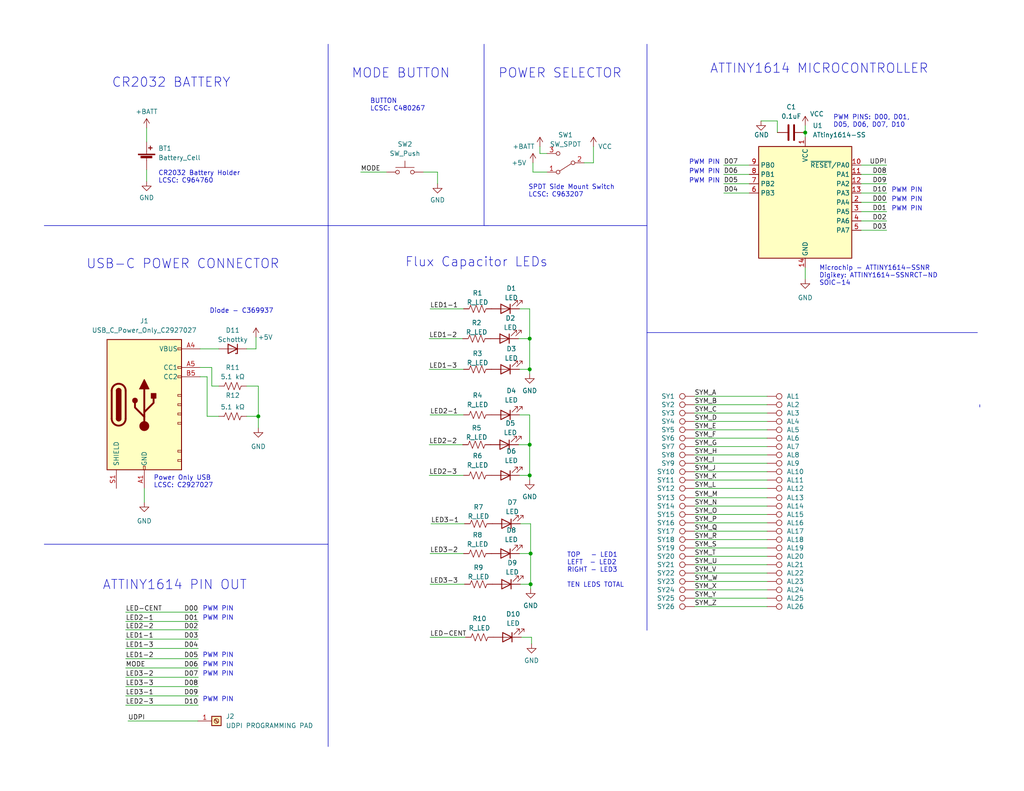
<source format=kicad_sch>
(kicad_sch (version 20230121) (generator eeschema)
  (paper "USLetter")
  (title_block (title "SEC YOUTH CHALLENGE - DC31") (date "2023-08-10") (company "CYBER CITY CIRCUITS"))
  (lib_symbols
    (symbol "CCC-Parts-Library:USB_C_Power_Only_C2927027" (pin_names (offset 1.016))
      (property "Reference" "J" (at -10.16 19.05 0))
      (property "Value" "USB_C_Power_Only_C2927027" (at 19.05 19.05 0))
      (symbol "USB_C_Power_Only_C2927027_0_0"
        (rectangle (start -0.254 -17.78) (end 0.254 -16.764))
        (rectangle (start 10.16 -14.986) (end 9.144 -15.494))
        (rectangle (start 10.16 -12.446) (end 9.144 -12.954))
        (rectangle (start 10.16 -4.826) (end 9.144 -5.334))
        (rectangle (start 10.16 -2.286) (end 9.144 -2.794))
        (rectangle (start 10.16 0.254) (end 9.144 -0.254))
        (rectangle (start 10.16 2.794) (end 9.144 2.286))
        (rectangle (start 10.16 7.874) (end 9.144 7.366))
        (rectangle (start 10.16 10.414) (end 9.144 9.906))
        (rectangle (start 10.16 15.494) (end 9.144 14.986))
      )
      (symbol "USB_C_Power_Only_C2927027_0_1"
        (rectangle (start -10.16 17.78) (end 10.16 -17.78) (stroke (width 0.254)) (fill (type background)))
        (arc (start -8.89 -3.81) (mid -6.985 -5.7067) (end -5.08 -3.81) (stroke (width 0.508)))
        (arc (start -7.62 -3.81) (mid -6.985 -4.4423) (end -6.35 -3.81) (stroke (width 0.254)))
        (arc (start -7.62 -3.81) (mid -6.985 -4.4423) (end -6.35 -3.81) (stroke (width 0.254)) (fill (type outline)))
        (rectangle (start -7.62 -3.81) (end -6.35 3.81) (stroke (width 0.254)) (fill (type outline)))
        (arc (start -6.35 3.81) (mid -6.985 4.4423) (end -7.62 3.81) (stroke (width 0.254)))
        (arc (start -6.35 3.81) (mid -6.985 4.4423) (end -7.62 3.81) (stroke (width 0.254)) (fill (type outline)))
        (arc (start -5.08 3.81) (mid -6.985 5.7067) (end -8.89 3.81) (stroke (width 0.508)))
        (circle (center -2.54 1.143) (radius 0.635) (stroke (width 0.254)) (fill (type outline)))
        (circle (center 0 -5.842) (radius 1.27) (fill (type outline)))
        (polyline (pts (xy -8.89 -3.81) (xy -8.89 3.81)) (stroke (width 0.508)))
        (polyline (pts (xy -5.08 3.81) (xy -5.08 -3.81)) (stroke (width 0.508)))
        (polyline (pts (xy 0 -5.842) (xy 0 4.318)) (stroke (width 0.508)))
        (polyline (pts (xy 0 -3.302) (xy -2.54 -0.762) (xy -2.54 0.508)) (stroke (width 0.508)))
        (polyline (pts (xy 0 -2.032) (xy 2.54 0.508) (xy 2.54 1.778)) (stroke (width 0.508)))
        (polyline (pts (xy -1.27 4.318) (xy 0 6.858) (xy 1.27 4.318) (xy -1.27 4.318)) (stroke (width 0.254)) (fill (type outline)))
        (rectangle (start 1.905 1.778) (end 3.175 3.048) (stroke (width 0.254)) (fill (type outline)))
      )
      (symbol "USB_C_Power_Only_C2927027_1_1"
        (pin passive line (at 0 -22.86 90) (length 5.08) (name "GND") (number "A1"))
        (pin passive line (at 0 -22.86 90) (length 5.08) hide (name "GND") (number "A12"))
        (pin passive line (at 15.24 15.24 180) (length 5.08) (name "VBUS") (number "A4"))
        (pin bidirectional line (at 15.24 10.16 180) (length 5.08) (name "CC1") (number "A5"))
        (pin passive line (at 15.24 15.24 180) (length 5.08) hide (name "VBUS") (number "A9"))
        (pin passive line (at 0 -22.86 90) (length 5.08) hide (name "GND") (number "B1"))
        (pin passive line (at 0 -22.86 90) (length 5.08) hide (name "GND") (number "B12"))
        (pin passive line (at 15.24 15.24 180) (length 5.08) hide (name "VBUS") (number "B4"))
        (pin bidirectional line (at 15.24 7.62 180) (length 5.08) (name "CC2") (number "B5"))
        (pin passive line (at 15.24 15.24 180) (length 5.08) hide (name "VBUS") (number "B9"))
        (pin passive line (at -7.62 -22.86 90) (length 5.08) (name "SHIELD") (number "S1"))
      )
    )
    (symbol "Connector:Screw_Terminal_01x01" (pin_names (offset 1.016) hide)
      (property "Reference" "J" (at 0 2.54 0))
      (property "Value" "Screw_Terminal_01x01" (at 0 -2.54 0))
      (symbol "Screw_Terminal_01x01_1_1"
        (rectangle (start -1.27 1.27) (end 1.27 -1.27) (stroke (width 0.254)) (fill (type background)))
        (polyline (pts (xy -0.5334 0.3302) (xy 0.3302 -0.508)) (stroke (width 0.1524)))
        (polyline (pts (xy -0.3556 0.508) (xy 0.508 -0.3302)) (stroke (width 0.1524)))
        (circle (center 0 0) (radius 0.635) (stroke (width 0.1524)))
        (pin passive line (at -5.08 0 0) (length 3.81) (name "Pin_1") (number "1"))
      )
    )
    (symbol "Connector:TestPoint" (pin_numbers hide) (pin_names (offset 0.762) hide)
      (property "Reference" "TP" (at 0 6.858 0))
      (property "Value" "TestPoint" (at 0 5.08 0))
      (symbol "TestPoint_0_1"
        (circle (center 0 3.302) (radius 0.762))
      )
      (symbol "TestPoint_1_1"
        (pin passive line (at 0 0 90) (length 2.54) (name "1") (number "1"))
      )
    )
    (symbol "Device:Battery_Cell" (pin_numbers hide) (pin_names (offset 0) hide)
      (property "Reference" "BT" (at 2.54 2.54 0))
      (property "Value" "Battery_Cell" (at 2.54 0 0))
      (symbol "Battery_Cell_0_1"
        (rectangle (start -2.286 1.778) (end 2.286 1.524) (fill (type outline)))
        (rectangle (start -1.5748 1.1938) (end 1.4732 0.6858) (fill (type outline)))
        (polyline (pts (xy 0 0.762) (xy 0 0)))
        (polyline (pts (xy 0 1.778) (xy 0 2.54)))
        (polyline (pts (xy 0.508 3.429) (xy 1.524 3.429)) (stroke (width 0.254)))
        (polyline (pts (xy 1.016 3.937) (xy 1.016 2.921)) (stroke (width 0.254)))
      )
      (symbol "Battery_Cell_1_1"
        (pin passive line (at 0 5.08 270) (length 2.54) (name "+") (number "1"))
        (pin passive line (at 0 -2.54 90) (length 2.54) (name "-") (number "2"))
      )
    )
    (symbol "Device:C" (pin_numbers hide) (pin_names (offset 0.254))
      (property "Reference" "C" (at 0.635 2.54 0))
      (property "Value" "C" (at 0.635 -2.54 0))
      (symbol "C_0_1"
        (polyline (pts (xy -2.032 -0.762) (xy 2.032 -0.762)) (stroke (width 0.508)))
        (polyline (pts (xy -2.032 0.762) (xy 2.032 0.762)) (stroke (width 0.508)))
      )
      (symbol "C_1_1"
        (pin passive line (at 0 3.81 270) (length 2.794) (name "~") (number "1"))
        (pin passive line (at 0 -3.81 90) (length 2.794) (name "~") (number "2"))
      )
    )
    (symbol "Device:D_Zener" (pin_numbers hide) (pin_names (offset 1.016) hide)
      (property "Reference" "D" (at 0 2.54 0))
      (property "Value" "D_Zener" (at 0 -2.54 0))
      (symbol "D_Zener_0_1"
        (polyline (pts (xy 1.27 0) (xy -1.27 0)))
        (polyline (pts (xy -1.27 -1.27) (xy -1.27 1.27) (xy -0.762 1.27)) (stroke (width 0.254)))
        (polyline (pts (xy 1.27 -1.27) (xy 1.27 1.27) (xy -1.27 0) (xy 1.27 -1.27)) (stroke (width 0.254)))
      )
      (symbol "D_Zener_1_1"
        (pin passive line (at -3.81 0 0) (length 2.54) (name "K") (number "1"))
        (pin passive line (at 3.81 0 180) (length 2.54) (name "A") (number "2"))
      )
    )
    (symbol "Device:LED" (pin_numbers hide) (pin_names (offset 1.016) hide)
      (property "Reference" "D" (at 0 2.54 0))
      (property "Value" "LED" (at 0 -2.54 0))
      (symbol "LED_0_1"
        (polyline (pts (xy -1.27 -1.27) (xy -1.27 1.27)) (stroke (width 0.254)))
        (polyline (pts (xy -1.27 0) (xy 1.27 0)))
        (polyline (pts (xy 1.27 -1.27) (xy 1.27 1.27) (xy -1.27 0) (xy 1.27 -1.27)) (stroke (width 0.254)))
        (polyline (pts (xy -3.048 -0.762) (xy -4.572 -2.286) (xy -3.81 -2.286) (xy -4.572 -2.286) (xy -4.572 -1.524)))
        (polyline (pts (xy -1.778 -0.762) (xy -3.302 -2.286) (xy -2.54 -2.286) (xy -3.302 -2.286) (xy -3.302 -1.524)))
      )
      (symbol "LED_1_1"
        (pin passive line (at -3.81 0 0) (length 2.54) (name "K") (number "1"))
        (pin passive line (at 3.81 0 180) (length 2.54) (name "A") (number "2"))
      )
    )
    (symbol "Device:R_US" (pin_numbers hide) (pin_names (offset 0))
      (property "Reference" "R" (at 2.54 0 90))
      (property "Value" "R_US" (at -2.54 0 90))
      (symbol "R_US_0_1"
        (polyline (pts (xy 0 -2.286) (xy 0 -2.54)))
        (polyline (pts (xy 0 2.286) (xy 0 2.54)))
        (polyline (pts (xy 0 -0.762) (xy 1.016 -1.143) (xy 0 -1.524) (xy -1.016 -1.905) (xy 0 -2.286)))
        (polyline (pts (xy 0 0.762) (xy 1.016 0.381) (xy 0 0) (xy -1.016 -0.381) (xy 0 -0.762)))
        (polyline (pts (xy 0 2.286) (xy 1.016 1.905) (xy 0 1.524) (xy -1.016 1.143) (xy 0 0.762)))
      )
      (symbol "R_US_1_1"
        (pin passive line (at 0 3.81 270) (length 1.27) (name "~") (number "1"))
        (pin passive line (at 0 -3.81 90) (length 1.27) (name "~") (number "2"))
      )
    )
    (symbol "GND_1" (power) (pin_names (offset 0))
      (property "Value" "GND_1" (at 0 -3.81 0))
      (symbol "GND_1_0_1"
        (polyline (pts (xy 0 0) (xy 0 -1.27) (xy 1.27 -1.27) (xy 0 -2.54) (xy -1.27 -1.27) (xy 0 -1.27)))
      )
      (symbol "GND_1_1_1"
        (pin power_in line (at 0 0 270) (length 0) hide (name "GND") (number "1"))
      )
    )
    (symbol "MCU_Microchip_ATtiny:ATtiny1614-SS"
      (property "Reference" "U" (at -12.7 16.51 0))
      (property "Value" "ATtiny1614-SS" (at 2.54 -16.51 0))
      (symbol "ATtiny1614-SS_0_1"
        (rectangle (start -12.7 -15.24) (end 12.7 15.24) (stroke (width 0.254)) (fill (type background)))
      )
      (symbol "ATtiny1614-SS_1_1"
        (pin power_in line (at 0 17.78 270) (length 2.54) (name "VCC") (number "1"))
        (pin bidirectional line (at 15.24 10.16 180) (length 2.54) (name "~{RESET}/PA0") (number "10"))
        (pin bidirectional line (at 15.24 7.62 180) (length 2.54) (name "PA1") (number "11"))
        (pin bidirectional line (at 15.24 5.08 180) (length 2.54) (name "PA2") (number "12"))
        (pin bidirectional line (at 15.24 2.54 180) (length 2.54) (name "PA3") (number "13"))
        (pin power_in line (at 0 -17.78 90) (length 2.54) (name "GND") (number "14"))
        (pin bidirectional line (at 15.24 0 180) (length 2.54) (name "PA4") (number "2"))
        (pin bidirectional line (at 15.24 -2.54 180) (length 2.54) (name "PA5") (number "3"))
        (pin bidirectional line (at 15.24 -5.08 180) (length 2.54) (name "PA6") (number "4"))
        (pin bidirectional line (at 15.24 -7.62 180) (length 2.54) (name "PA7") (number "5"))
        (pin bidirectional line (at -15.24 2.54 0) (length 2.54) (name "PB3") (number "6"))
        (pin bidirectional line (at -15.24 5.08 0) (length 2.54) (name "PB2") (number "7"))
        (pin bidirectional line (at -15.24 7.62 0) (length 2.54) (name "PB1") (number "8"))
        (pin bidirectional line (at -15.24 10.16 0) (length 2.54) (name "PB0") (number "9"))
      )
    )
    (symbol "Switch:SW_Push" (pin_numbers hide) (pin_names (offset 1.016) hide)
      (property "Reference" "SW" (at 1.27 2.54 0))
      (property "Value" "SW_Push" (at 0 -1.524 0))
      (symbol "SW_Push_0_1"
        (circle (center -2.032 0) (radius 0.508))
        (polyline (pts (xy 0 1.27) (xy 0 3.048)))
        (polyline (pts (xy 2.54 1.27) (xy -2.54 1.27)))
        (circle (center 2.032 0) (radius 0.508))
        (pin passive line (at -5.08 0 0) (length 2.54) (name "1") (number "1"))
        (pin passive line (at 5.08 0 180) (length 2.54) (name "2") (number "2"))
      )
    )
    (symbol "Switch:SW_SPDT" (pin_names (offset 0) hide)
      (property "Reference" "SW" (at 0 4.318 0))
      (property "Value" "SW_SPDT" (at 0 -5.08 0))
      (symbol "SW_SPDT_0_0"
        (circle (center -2.032 0) (radius 0.508))
        (circle (center 2.032 -2.54) (radius 0.508))
      )
      (symbol "SW_SPDT_0_1"
        (polyline (pts (xy -1.524 0.254) (xy 1.651 2.286)))
        (circle (center 2.032 2.54) (radius 0.508))
      )
      (symbol "SW_SPDT_1_1"
        (pin passive line (at 5.08 2.54 180) (length 2.54) (name "A") (number "1"))
        (pin passive line (at -5.08 0 0) (length 2.54) (name "B") (number "2"))
        (pin passive line (at 5.08 -2.54 180) (length 2.54) (name "C") (number "3"))
      )
    )
    (symbol "power:+5V" (power) (pin_names (offset 0))
      (property "Value" "+5V" (at 0 3.556 0))
      (symbol "+5V_0_1"
        (polyline (pts (xy -0.762 1.27) (xy 0 2.54)))
        (polyline (pts (xy 0 0) (xy 0 2.54)))
        (polyline (pts (xy 0 2.54) (xy 0.762 1.27)))
      )
      (symbol "+5V_1_1"
        (pin power_in line (at 0 0 90) (length 0) hide (name "+5V") (number "1"))
      )
    )
    (symbol "power:+BATT" (power) (pin_names (offset 0))
      (property "Value" "+BATT" (at 0 3.556 0))
      (symbol "+BATT_0_1"
        (polyline (pts (xy -0.762 1.27) (xy 0 2.54)))
        (polyline (pts (xy 0 0) (xy 0 2.54)))
        (polyline (pts (xy 0 2.54) (xy 0.762 1.27)))
      )
      (symbol "+BATT_1_1"
        (pin power_in line (at 0 0 90) (length 0) hide (name "+BATT") (number "1"))
      )
    )
    (symbol "power:GND" (power) (pin_names (offset 0))
      (property "Value" "GND" (at 0 -3.81 0))
      (symbol "GND_0_1"
        (polyline (pts (xy 0 0) (xy 0 -1.27) (xy 1.27 -1.27) (xy 0 -2.54) (xy -1.27 -1.27) (xy 0 -1.27)))
      )
      (symbol "GND_1_1"
        (pin power_in line (at 0 0 270) (length 0) hide (name "GND") (number "1"))
      )
    )
    (symbol "power:VCC" (power) (pin_names (offset 0))
      (property "Value" "VCC" (at 0 3.81 0))
      (symbol "VCC_0_1"
        (polyline (pts (xy -0.762 1.27) (xy 0 2.54)))
        (polyline (pts (xy 0 0) (xy 0 2.54)))
        (polyline (pts (xy 0 2.54) (xy 0.762 1.27)))
      )
      (symbol "VCC_1_1"
        (pin power_in line (at 0 0 90) (length 0) hide (name "VCC") (number "1"))
      )
    )
  )
  (junction (at 144.78 159.512))
  (junction (at 144.526 121.412))
  (junction (at 144.526 100.838))
  (junction (at 70.485 113.665))
  (junction (at 144.78 151.13))
  (junction (at 144.526 92.456))
  (junction (at 144.526 129.794))
  (junction (at 219.71 36.195))
  (wire (pts (xy 189.484 119.634) (xy 209.296 119.634)))
  (polyline (pts (xy 89.535 12.065) (xy 89.535 203.835)))
  (wire (pts (xy 117.094 129.794) (xy 126.492 129.794)))
  (wire (pts (xy 144.526 92.456) (xy 144.526 84.328)))
  (wire (pts (xy 234.95 55.245) (xy 241.935 55.245)))
  (wire (pts (xy 189.484 158.75) (xy 209.296 158.75)))
  (wire (pts (xy 189.484 151.892) (xy 209.296 151.892)))
  (wire (pts (xy 144.526 129.794) (xy 141.732 129.794)))
  (wire (pts (xy 117.348 84.328) (xy 126.492 84.328)))
  (wire (pts (xy 212.09 33.02) (xy 212.09 36.195)))
  (wire (pts (xy 144.526 84.328) (xy 141.732 84.328)))
  (wire (pts (xy 144.526 113.284) (xy 141.732 113.284)))
  (wire (pts (xy 34.29 192.532) (xy 54.102 192.532)))
  (wire (pts (xy 189.484 126.492) (xy 209.296 126.492)))
  (polyline (pts (xy 133.35 61.595) (xy 132.08 61.595)))
  (wire (pts (xy 234.95 47.625) (xy 241.935 47.625)))
  (wire (pts (xy 70.485 113.665) (xy 70.485 105.41)))
  (wire (pts (xy 117.094 92.456) (xy 126.238 92.456)))
  (wire (pts (xy 34.29 189.992) (xy 54.102 189.992)))
  (wire (pts (xy 189.484 121.92) (xy 209.296 121.92)))
  (wire (pts (xy 117.602 143.002) (xy 126.746 143.002)))
  (wire (pts (xy 70.485 116.84) (xy 70.485 113.665)))
  (wire (pts (xy 34.29 187.452) (xy 54.102 187.452)))
  (wire (pts (xy 189.484 138.176) (xy 209.296 138.176)))
  (wire (pts (xy 145.415 46.99) (xy 149.225 46.99)))
  (wire (pts (xy 189.484 108.204) (xy 209.296 108.204)))
  (wire (pts (xy 189.484 154.178) (xy 209.296 154.178)))
  (wire (pts (xy 144.526 121.412) (xy 144.526 113.284)))
  (wire (pts (xy 34.925 196.85) (xy 53.975 196.85)))
  (wire (pts (xy 144.78 151.13) (xy 141.732 151.13)))
  (wire (pts (xy 234.95 52.705) (xy 241.935 52.705)))
  (wire (pts (xy 145.415 44.45) (xy 145.415 46.99)))
  (wire (pts (xy 219.71 34.29) (xy 219.71 36.195)))
  (polyline (pts (xy 267.335 110.49) (xy 267.335 111.125)))
  (wire (pts (xy 34.29 169.672) (xy 54.102 169.672)))
  (wire (pts (xy 34.29 177.038) (xy 54.102 177.038)))
  (wire (pts (xy 144.526 131.064) (xy 144.526 129.794)))
  (wire (pts (xy 34.29 182.372) (xy 54.102 182.372)))
  (wire (pts (xy 189.484 110.49) (xy 209.296 110.49)))
  (wire (pts (xy 57.785 100.33) (xy 57.785 105.41)))
  (wire (pts (xy 189.484 147.32) (xy 209.296 147.32)))
  (wire (pts (xy 117.348 173.99) (xy 127 173.99)))
  (wire (pts (xy 40.005 46.355) (xy 40.005 49.53)))
  (wire (pts (xy 144.78 151.13) (xy 144.78 143.002)))
  (wire (pts (xy 144.526 121.412) (xy 141.478 121.412)))
  (wire (pts (xy 189.484 165.608) (xy 209.296 165.608)))
  (wire (pts (xy 67.31 113.665) (xy 70.485 113.665)))
  (wire (pts (xy 69.85 92.075) (xy 69.85 95.25)))
  (wire (pts (xy 69.85 95.25) (xy 67.31 95.25)))
  (polyline (pts (xy 12.065 148.59) (xy 89.535 148.59)))
  (wire (pts (xy 119.38 46.99) (xy 119.38 50.165)))
  (wire (pts (xy 189.484 124.206) (xy 209.296 124.206)))
  (wire (pts (xy 197.485 52.705) (xy 204.47 52.705)))
  (wire (pts (xy 54.61 95.25) (xy 59.69 95.25)))
  (wire (pts (xy 56.515 113.665) (xy 56.515 102.87)))
  (wire (pts (xy 161.925 40.005) (xy 161.925 44.45)))
  (wire (pts (xy 117.348 159.512) (xy 126.746 159.512)))
  (wire (pts (xy 234.95 45.085) (xy 241.935 45.085)))
  (wire (pts (xy 144.526 129.794) (xy 144.526 121.412)))
  (wire (pts (xy 189.484 133.35) (xy 209.296 133.35)))
  (wire (pts (xy 234.95 62.865) (xy 241.935 62.865)))
  (wire (pts (xy 54.61 100.33) (xy 57.785 100.33)))
  (wire (pts (xy 39.37 133.35) (xy 39.37 137.16)))
  (wire (pts (xy 117.348 113.284) (xy 126.492 113.284)))
  (wire (pts (xy 70.485 105.41) (xy 67.31 105.41)))
  (wire (pts (xy 189.484 142.748) (xy 209.296 142.748)))
  (wire (pts (xy 197.485 45.085) (xy 204.47 45.085)))
  (wire (pts (xy 189.484 135.89) (xy 209.296 135.89)))
  (wire (pts (xy 189.484 112.776) (xy 209.296 112.776)))
  (wire (pts (xy 189.484 149.606) (xy 209.296 149.606)))
  (wire (pts (xy 59.69 113.665) (xy 56.515 113.665)))
  (wire (pts (xy 189.484 128.778) (xy 209.296 128.778)))
  (wire (pts (xy 197.485 50.165) (xy 204.47 50.165)))
  (wire (pts (xy 144.78 160.782) (xy 144.78 159.512)))
  (wire (pts (xy 145.034 173.99) (xy 142.24 173.99)))
  (wire (pts (xy 147.32 40.005) (xy 147.32 41.91)))
  (wire (pts (xy 34.29 167.132) (xy 54.102 167.132)))
  (wire (pts (xy 189.484 117.348) (xy 209.296 117.348)))
  (wire (pts (xy 144.526 100.838) (xy 144.526 92.456)))
  (wire (pts (xy 234.95 50.165) (xy 241.935 50.165)))
  (wire (pts (xy 234.95 57.785) (xy 241.935 57.785)))
  (wire (pts (xy 117.348 151.13) (xy 126.492 151.13)))
  (wire (pts (xy 234.95 60.325) (xy 241.935 60.325)))
  (polyline (pts (xy 176.53 12.065) (xy 176.53 172.085)))
  (wire (pts (xy 56.515 102.87) (xy 54.61 102.87)))
  (wire (pts (xy 144.78 159.512) (xy 141.986 159.512)))
  (polyline (pts (xy 176.53 90.805) (xy 266.7 90.805)))
  (wire (pts (xy 57.785 105.41) (xy 59.69 105.41)))
  (wire (pts (xy 147.32 41.91) (xy 149.225 41.91)))
  (wire (pts (xy 34.29 184.912) (xy 54.102 184.912)))
  (wire (pts (xy 144.526 102.108) (xy 144.526 100.838)))
  (wire (pts (xy 144.526 92.456) (xy 141.478 92.456)))
  (wire (pts (xy 189.484 145.034) (xy 209.296 145.034)))
  (wire (pts (xy 161.925 44.45) (xy 159.385 44.45)))
  (wire (pts (xy 219.71 36.195) (xy 219.71 37.465)))
  (wire (pts (xy 145.034 173.99) (xy 145.034 175.768)))
  (wire (pts (xy 207.645 33.02) (xy 212.09 33.02)))
  (wire (pts (xy 144.78 143.002) (xy 141.986 143.002)))
  (wire (pts (xy 34.29 171.958) (xy 54.102 171.958)))
  (wire (pts (xy 197.485 47.625) (xy 204.47 47.625)))
  (polyline (pts (xy 132.08 12.065) (xy 132.08 61.595)))
  (wire (pts (xy 115.57 46.99) (xy 119.38 46.99)))
  (wire (pts (xy 117.094 121.412) (xy 126.238 121.412)))
  (wire (pts (xy 219.71 76.2) (xy 219.71 73.025)))
  (wire (pts (xy 34.29 179.832) (xy 54.102 179.832)))
  (wire (pts (xy 144.78 159.512) (xy 144.78 151.13)))
  (wire (pts (xy 189.484 163.322) (xy 209.296 163.322)))
  (wire (pts (xy 189.484 115.062) (xy 209.296 115.062)))
  (wire (pts (xy 34.29 174.498) (xy 54.102 174.498)))
  (wire (pts (xy 40.005 34.925) (xy 40.005 38.735)))
  (wire (pts (xy 117.094 100.838) (xy 126.492 100.838)))
  (wire (pts (xy 189.484 161.036) (xy 209.296 161.036)))
  (wire (pts (xy 98.425 46.99) (xy 105.41 46.99)))
  (wire (pts (xy 189.484 140.462) (xy 209.296 140.462)))
  (polyline (pts (xy 12.065 61.595) (xy 176.53 61.595)))
  (wire (pts (xy 189.484 156.464) (xy 209.296 156.464)))
  (wire (pts (xy 189.484 131.064) (xy 209.296 131.064)))
  (wire (pts (xy 144.526 100.838) (xy 141.732 100.838)))
  (text "TOP   - LED1\nLEFT  - LED2\nRIGHT - LED3\n\nTEN LEDS TOTAL" (at 154.686 160.528 0) (effects (font (size 1.27 1.27)) (justify left bottom)))
  (text "PWM PIN" (at 55.245 191.77 0) (effects (font (size 1.27 1.27)) (justify left bottom)))
  (text "NC" (at 293.37 78.74 0) (effects (font (size 1.27 1.27)) (justify left bottom)))
  (text "BUTTON\nLCSC: C480267" (at 100.965 30.48 0) (effects (font (size 1.27 1.27)) (justify left bottom)))
  (text "MODE BUTTON" (at 95.885 21.59 0) (effects (font (size 2.54 2.54)) (justify left bottom)))
  (text "SPDT Side Mount Switch\nLCSC: C963207" (at 144.145 53.975 0) (effects (font (size 1.27 1.27)) (justify left bottom)))
  (text "PWM PIN" (at 55.245 182.245 0) (effects (font (size 1.27 1.27)) (justify left bottom)))
  (text "ATTINY1614 MICROCONTROLLER" (at 193.675 20.32 0) (effects (font (size 2.54 2.54)) (justify left bottom)))
  (text "Microchip - ATTINY1614-SSNR\nDigikey: ATTINY1614-SSNRCT-ND\nSOIC-14" (at 223.52 78.105 0) (effects (font (size 1.27 1.27)) (justify left bottom)))
  (text "USB-C POWER CONNECTOR" (at 23.495 73.66 0) (effects (font (size 2.54 2.54)) (justify left bottom)))
  (text "Flux Capacitor LEDs " (at 110.49 73.152 0) (effects (font (size 2.54 2.54)) (justify left bottom)))
  (text "CR2032 Battery Holder\nLCSC: C964760" (at 43.18 50.165 0) (effects (font (size 1.27 1.27)) (justify left bottom)))
  (text "PWM PIN" (at 243.205 52.705 0) (effects (font (size 1.27 1.27)) (justify left bottom)))
  (text "PWM PIN" (at 187.96 45.085 0) (effects (font (size 1.27 1.27)) (justify left bottom)))
  (text "ATTINY1614 PIN OUT\n" (at 27.94 161.29 0) (effects (font (size 2.54 2.54)) (justify left bottom)))
  (text "CR2032 BATTERY" (at 30.48 24.13 0) (effects (font (size 2.54 2.54)) (justify left bottom)))
  (text "PWM PIN" (at 243.205 57.785 0) (effects (font (size 1.27 1.27)) (justify left bottom)))
  (text "Diode - C369937" (at 57.15 85.725 0) (effects (font (size 1.27 1.27)) (justify left bottom)))
  (text "PWM PIN" (at 55.245 179.705 0) (effects (font (size 1.27 1.27)) (justify left bottom)))
  (text "PWM PIN" (at 187.96 47.625 0) (effects (font (size 1.27 1.27)) (justify left bottom)))
  (text "PWM PIN" (at 55.245 167.005 0) (effects (font (size 1.27 1.27)) (justify left bottom)))
  (text "PWM PIN" (at 55.245 184.785 0) (effects (font (size 1.27 1.27)) (justify left bottom)))
  (text "PWM PIN" (at 243.205 55.245 0) (effects (font (size 1.27 1.27)) (justify left bottom)))
  (text "PWM PIN" (at 187.96 50.165 0) (effects (font (size 1.27 1.27)) (justify left bottom)))
  (text "PWM PINS: D00, D01,\nD05, D06, D07, D10" (at 227.33 34.925 0) (effects (font (size 1.27 1.27)) (justify left bottom)))
  (text "POWER SELECTOR" (at 135.89 21.59 0) (effects (font (size 2.54 2.54)) (justify left bottom)))
  (text "Power Only USB\nLCSC: C2927027" (at 41.91 133.35 0) (effects (font (size 1.27 1.27)) (justify left bottom)))
  (text "PWM PIN" (at 55.245 169.545 0) (effects (font (size 1.27 1.27)) (justify left bottom)))
  (label "SYM_B" (at 189.484 110.49 0))
  (label "D08" (at 241.935 47.625 180))
  (label "D06" (at 197.485 47.625 0))
  (label "D06" (at 54.102 182.372 180))
  (label "LED3-1" (at 34.29 189.992 0))
  (label "SYM_O" (at 189.484 140.462 0))
  (label "LED2-1" (at 34.29 169.672 0))
  (label "SYM_N" (at 189.484 138.176 0))
  (label "LED1-2" (at 34.29 179.832 0))
  (label "SYM_M" (at 189.484 135.89 0))
  (label "LED1-1" (at 34.29 174.498 0))
  (label "SYM_L" (at 189.484 133.35 0))
  (label "SYM_S" (at 189.484 149.606 0))
  (label "SYM_H" (at 189.484 124.206 0))
  (label "SYM_Z" (at 189.484 165.608 0))
  (label "D08" (at 54.102 187.452 180))
  (label "D10" (at 54.102 192.532 180))
  (label "LED3-1" (at 117.602 143.002 0))
  (label "SYM_J" (at 189.484 128.778 0))
  (label "SYM_C" (at 189.484 112.776 0))
  (label "D01" (at 54.102 169.672 180))
  (label "SYM_D" (at 189.484 115.062 0))
  (label "LED1-3" (at 117.094 100.838 0))
  (label "LED3-3" (at 117.348 159.512 0))
  (label "LED2-1" (at 117.348 113.284 0))
  (label "D05" (at 197.485 50.165 0))
  (label "SYM_I" (at 189.484 126.492 0))
  (label "UDPI" (at 241.935 45.085 180))
  (label "D02" (at 241.935 60.325 180))
  (label "SYM_G" (at 189.484 121.92 0))
  (label "SYM_K" (at 189.484 131.064 0))
  (label "SYM_Y" (at 189.484 163.322 0))
  (label "D05" (at 54.102 179.832 180))
  (label "LED-CENT" (at 34.29 167.132 0))
  (label "D07" (at 54.102 184.912 180))
  (label "UDPI" (at 34.925 196.85 0))
  (label "LED1-3" (at 34.29 177.038 0))
  (label "SYM_R" (at 189.484 147.32 0))
  (label "D03" (at 54.102 174.498 180))
  (label "D04" (at 54.102 177.038 180))
  (label "SYM_F" (at 189.484 119.634 0))
  (label "LED-CENT" (at 117.348 173.99 0))
  (label "SYM_W" (at 189.484 158.75 0))
  (label "SYM_T" (at 189.484 151.892 0))
  (label "SYM_V" (at 189.484 156.464 0))
  (label "D09" (at 241.935 50.165 180))
  (label "SYM_X" (at 189.484 161.036 0))
  (label "D00" (at 241.935 55.245 180))
  (label "LED1-2" (at 117.094 92.456 0))
  (label "D10" (at 241.935 52.705 180))
  (label "LED3-3" (at 34.29 187.452 0))
  (label "LED1-1" (at 117.348 84.328 0))
  (label "D03" (at 241.935 62.865 180))
  (label "SYM_A" (at 189.484 108.204 0))
  (label "LED3-2" (at 34.29 184.912 0))
  (label "D07" (at 197.485 45.085 0))
  (label "D02" (at 54.102 171.958 180))
  (label "LED3-2" (at 117.348 151.13 0))
  (label "D09" (at 54.102 189.992 180))
  (label "MODE" (at 98.425 46.99 0))
  (label "LED2-2" (at 117.094 121.412 0))
  (label "LED2-2" (at 34.29 171.958 0))
  (label "SYM_E" (at 189.484 117.348 0))
  (label "D01" (at 241.935 57.785 180))
  (label "SYM_P" (at 189.484 142.748 0))
  (label "MODE" (at 34.29 182.372 0))
  (label "SYM_Q" (at 189.484 145.034 0))
  (label "LED2-3" (at 34.29 192.532 0))
  (label "LED2-3" (at 117.094 129.794 0))
  (label "D04" (at 197.485 52.705 0))
  (label "D00" (at 54.102 167.132 180))
  (label "SYM_U" (at 189.484 154.178 0))
  (symbol (lib_id "power:VCC") (at 219.71 34.29 0) (unit 1)
    (property "Reference" "#PWR02" (effects hide))
    (property "Value" "VCC" (at 222.885 31.115 0))
  )
  (symbol (lib_id "Connector:TestPoint") (at 189.484 142.748 90) (unit 1)
    (property "Reference" "SY16" (at 184.15 142.748 90) (effects (justify left)))
    (property "Value" "TestPoint" (effects hide))
  )
  (symbol (lib_id "Connector:TestPoint") (at 209.296 147.32 270) (unit 1)
    (property "Reference" "AL18" (at 214.63 147.32 90) (effects (justify left)))
    (property "Value" "TestPoint" (effects hide))
    (property "Footprint" "Connector_PinHeader_1.00mm:PinHeader_1x01_P1.00mm_Vertical" (effects hide))
  )
  (symbol (lib_id "Connector:TestPoint") (at 189.484 156.464 90) (unit 1)
    (property "Reference" "SY22" (at 184.15 156.464 90) (effects (justify left)))
    (property "Value" "TestPoint" (effects hide))
  )
  (symbol (lib_id "Device:R_US") (at 130.048 121.412 90) (unit 1)
    (property "Reference" "R5" (at 130.048 116.84 90))
    (property "Value" "R_LED" (at 130.048 119.38 90))
    (property "Footprint" "CCC-Schematic-Footprints:Schematic - Resistor 10.00mm" (effects hide))
  )
  (symbol (lib_id "Connector:TestPoint") (at 209.296 131.064 270) (unit 1)
    (property "Reference" "AL11" (at 214.63 131.064 90) (effects (justify left)))
    (property "Value" "TestPoint" (effects hide))
    (property "Footprint" "Connector_PinHeader_1.00mm:PinHeader_1x01_P1.00mm_Vertical" (effects hide))
  )
  (symbol (lib_id "Device:R_US") (at 130.048 92.456 90) (unit 1)
    (property "Reference" "R2" (at 130.048 88.138 90))
    (property "Value" "R_LED" (at 130.048 90.678 90))
    (property "Footprint" "CCC-Schematic-Footprints:Schematic - Resistor 10.00mm" (effects hide))
  )
  (symbol (lib_id "Connector:TestPoint") (at 209.296 156.464 270) (unit 1)
    (property "Reference" "AL22" (at 214.63 156.464 90) (effects (justify left)))
    (property "Value" "TestPoint" (effects hide))
    (property "Footprint" "Connector_PinHeader_1.00mm:PinHeader_1x01_P1.00mm_Vertical" (effects hide))
  )
  (symbol (lib_id "Connector:TestPoint") (at 189.484 135.89 90) (unit 1)
    (property "Reference" "SY13" (at 184.15 135.89 90) (effects (justify left)))
    (property "Value" "TestPoint" (effects hide))
  )
  (symbol (lib_id "Device:R_US") (at 130.556 159.512 90) (unit 1)
    (property "Reference" "R9" (at 130.556 154.94 90))
    (property "Value" "R_LED" (at 130.556 157.48 90))
    (property "Footprint" "CCC-Schematic-Footprints:Schematic - Resistor 10.00mm" (effects hide))
  )
  (symbol (lib_id "Connector:TestPoint") (at 209.296 128.778 270) (unit 1)
    (property "Reference" "AL10" (at 214.63 128.778 90) (effects (justify left)))
    (property "Value" "TestPoint" (effects hide))
    (property "Footprint" "Connector_PinHeader_1.00mm:PinHeader_1x01_P1.00mm_Vertical" (effects hide))
  )
  (symbol (lib_id "power:+BATT") (at 147.32 40.005 0) (unit 1)
    (property "Reference" "#PWR04" (effects hide))
    (property "Value" "+BATT" (at 142.875 40.005 0))
  )
  (symbol (lib_id "Connector:Screw_Terminal_01x01") (at 59.055 196.85 0) (unit 1)
    (property "Reference" "J2" (at 61.595 195.5799 0) (effects (justify left)))
    (property "Value" "UDPI PROGRAMMING PAD" (at 61.595 198.1199 0) (effects (justify left)))
    (property "Footprint" "CCC-Parts-Library:UDPI PAD" (effects hide))
  )
  (symbol (lib_id "Connector:TestPoint") (at 209.296 133.35 270) (unit 1)
    (property "Reference" "AL12" (at 214.63 133.35 90) (effects (justify left)))
    (property "Value" "TestPoint" (effects hide))
    (property "Footprint" "Connector_PinHeader_1.00mm:PinHeader_1x01_P1.00mm_Vertical" (effects hide))
  )
  (symbol (lib_id "Device:R_US") (at 130.302 113.284 90) (unit 1)
    (property "Reference" "R4" (at 130.302 107.95 90))
    (property "Value" "R_LED" (at 130.302 110.49 90))
    (property "Footprint" "CCC-Schematic-Footprints:Schematic - Resistor 10.00mm" (effects hide))
  )
  (symbol (lib_id "Device:LED") (at 137.922 113.284 180) (unit 1)
    (property "Reference" "D4" (at 139.5095 106.68 0))
    (property "Value" "LED" (at 139.5095 109.22 0))
    (property "Footprint" "CCC-Parts-Library:LED_PLCC-2_REVMNT_3.2x2.8mm" (effects hide))
  )
  (symbol (lib_id "Connector:TestPoint") (at 189.484 126.492 90) (unit 1)
    (property "Reference" "SY9" (at 184.15 126.492 90) (effects (justify left)))
    (property "Value" "TestPoint" (effects hide))
  )
  (symbol (lib_id "Device:R_US") (at 130.302 100.838 90) (unit 1)
    (property "Reference" "R3" (at 130.302 96.52 90))
    (property "Value" "R_LED" (at 130.302 99.06 90))
    (property "Footprint" "CCC-Schematic-Footprints:Schematic - Resistor 10.00mm" (effects hide))
  )
  (symbol (lib_id "power:GND") (at 219.71 76.2 0) (unit 1)
    (property "Reference" "#PWR09" (effects hide))
    (property "Value" "GND" (at 219.71 81.28 0))
  )
  (symbol (lib_id "Connector:TestPoint") (at 189.484 154.178 90) (unit 1)
    (property "Reference" "SY21" (at 184.15 154.178 90) (effects (justify left)))
    (property "Value" "TestPoint" (effects hide))
  )
  (symbol (lib_name "GND_1") (lib_id "power:GND") (at 144.526 102.108 0) (unit 1)
    (property "Reference" "#PWR011" (effects hide))
    (property "Value" "GND" (at 144.526 106.68 0))
  )
  (symbol (lib_id "Connector:TestPoint") (at 189.484 163.322 90) (unit 1)
    (property "Reference" "SY25" (at 184.15 163.322 90) (effects (justify left)))
    (property "Value" "TestPoint" (effects hide))
  )
  (symbol (lib_id "Device:LED") (at 137.668 121.412 180) (unit 1)
    (property "Reference" "D5" (at 139.2555 115.57 0))
    (property "Value" "LED" (at 139.2555 118.11 0))
    (property "Footprint" "CCC-Parts-Library:LED_PLCC-2_REVMNT_3.2x2.8mm" (effects hide))
  )
  (symbol (lib_id "power:GND") (at 70.485 116.84 0) (unit 1)
    (property "Reference" "#PWR012" (effects hide))
    (property "Value" "GND" (at 70.485 121.92 0))
  )
  (symbol (lib_id "Device:R_US") (at 63.5 113.665 270) (unit 1)
    (property "Reference" "R12" (at 63.5 107.95 90))
    (property "Value" "5.1 kΩ" (at 63.5 111.125 90))
    (property "Footprint" "CCC-Parts-Library:R_0805" (effects hide))
  )
  (symbol (lib_id "Device:LED") (at 137.922 100.838 180) (unit 1)
    (property "Reference" "D3" (at 139.5095 95.25 0))
    (property "Value" "LED" (at 139.5095 97.79 0))
    (property "Footprint" "CCC-Parts-Library:LED_PLCC-2_REVMNT_3.2x2.8mm" (effects hide))
  )
  (symbol (lib_id "power:GND") (at 207.645 33.02 0) (mirror y) (unit 1)
    (property "Reference" "#PWR01" (effects hide))
    (property "Value" "GND" (at 205.74 36.83 0) (effects (justify right)))
  )
  (symbol (lib_id "Connector:TestPoint") (at 209.296 142.748 270) (unit 1)
    (property "Reference" "AL16" (at 214.63 142.748 90) (effects (justify left)))
    (property "Value" "TestPoint" (effects hide))
    (property "Footprint" "Connector_PinHeader_1.00mm:PinHeader_1x01_P1.00mm_Vertical" (effects hide))
  )
  (symbol (lib_id "Connector:TestPoint") (at 209.296 121.92 270) (unit 1)
    (property "Reference" "AL7" (at 214.63 121.92 90) (effects (justify left)))
    (property "Value" "TestPoint" (effects hide))
    (property "Footprint" "Connector_PinHeader_1.00mm:PinHeader_1x01_P1.00mm_Vertical" (effects hide))
  )
  (symbol (lib_id "Connector:TestPoint") (at 209.296 115.062 270) (unit 1)
    (property "Reference" "AL4" (at 214.63 115.062 90) (effects (justify left)))
    (property "Value" "TestPoint" (effects hide))
    (property "Footprint" "Connector_PinHeader_1.00mm:PinHeader_1x01_P1.00mm_Vertical" (effects hide))
  )
  (symbol (lib_id "Connector:TestPoint") (at 209.296 119.634 270) (unit 1)
    (property "Reference" "AL6" (at 214.63 119.634 90) (effects (justify left)))
    (property "Value" "TestPoint" (effects hide))
    (property "Footprint" "Connector_PinHeader_1.00mm:PinHeader_1x01_P1.00mm_Vertical" (effects hide))
  )
  (symbol (lib_id "Switch:SW_Push") (at 110.49 46.99 0) (unit 1)
    (property "Reference" "SW2" (at 110.49 39.37 0))
    (property "Value" "SW_Push" (at 110.49 41.91 0))
    (property "Footprint" "CCC-Parts-Library:500-0001-TS1187ACGB-(2_Pin)" (effects hide))
  )
  (symbol (lib_id "Connector:TestPoint") (at 189.484 112.776 90) (unit 1)
    (property "Reference" "SY3" (at 184.15 112.776 90) (effects (justify left)))
    (property "Value" "TestPoint" (effects hide))
  )
  (symbol (lib_id "power:+5V") (at 69.85 92.075 0) (unit 1)
    (property "Reference" "#PWR010" (effects hide))
    (property "Value" "+5V" (at 72.39 92.075 0))
  )
  (symbol (lib_name "GND_1") (lib_id "power:GND") (at 144.526 131.064 0) (unit 1)
    (property "Reference" "#PWR013" (effects hide))
    (property "Value" "GND" (at 144.526 135.636 0))
  )
  (symbol (lib_id "CCC-Parts-Library:USB_C_Power_Only_C2927027") (at 39.37 110.49 0) (unit 1)
    (property "Reference" "J1" (at 39.37 87.63 0))
    (property "Value" "USB_C_Power_Only_C2927027" (at 39.37 90.17 0))
    (property "Footprint" "CCC-Parts-Library:USB C Power Only C2927027" (effects hide))
    (property "Datasheet" "https://www.usb.org/sites/default/files/documents/usb_type-c.zip" (effects hide))
  )
  (symbol (lib_id "power:GND") (at 39.37 137.16 0) (unit 1)
    (property "Reference" "#PWR014" (effects hide))
    (property "Value" "GND" (at 39.37 142.24 0))
  )
  (symbol (lib_id "power:+BATT") (at 40.005 34.925 0) (unit 1)
    (property "Reference" "#PWR03" (effects hide))
    (property "Value" "+BATT" (at 40.005 30.48 0))
  )
  (symbol (lib_id "Connector:TestPoint") (at 189.484 117.348 90) (unit 1)
    (property "Reference" "SY5" (at 184.15 117.348 90) (effects (justify left)))
    (property "Value" "TestPoint" (effects hide))
  )
  (symbol (lib_name "GND_1") (lib_id "power:GND") (at 144.78 160.782 0) (unit 1)
    (property "Reference" "#PWR015" (effects hide))
    (property "Value" "GND" (at 144.78 165.354 0))
  )
  (symbol (lib_id "Device:R_US") (at 130.81 173.99 90) (unit 1)
    (property "Reference" "R10" (at 130.81 168.91 90))
    (property "Value" "R_LED" (at 130.81 171.45 90))
    (property "Footprint" "CCC-Parts-Library:R_0805_NoText" (effects hide))
  )
  (symbol (lib_id "Device:R_US") (at 130.302 151.13 90) (unit 1)
    (property "Reference" "R8" (at 130.302 146.05 90))
    (property "Value" "R_LED" (at 130.302 148.59 90))
    (property "Footprint" "CCC-Schematic-Footprints:Schematic - Resistor 10.00mm" (effects hide))
  )
  (symbol (lib_id "Connector:TestPoint") (at 209.296 112.776 270) (unit 1)
    (property "Reference" "AL3" (at 214.63 112.776 90) (effects (justify left)))
    (property "Value" "TestPoint" (effects hide))
    (property "Footprint" "Connector_PinHeader_1.00mm:PinHeader_1x01_P1.00mm_Vertical" (effects hide))
  )
  (symbol (lib_id "Switch:SW_SPDT") (at 154.305 44.45 180) (unit 1)
    (property "Reference" "SW1" (at 154.305 36.83 0))
    (property "Value" "SW_SPDT" (at 154.305 39.37 0))
    (property "Footprint" "CCC-Parts-Library:Switch, Side - LCSC C963207" (effects hide))
  )
  (symbol (lib_id "Connector:TestPoint") (at 209.296 140.462 270) (unit 1)
    (property "Reference" "AL15" (at 214.63 140.462 90) (effects (justify left)))
    (property "Value" "TestPoint" (effects hide))
    (property "Footprint" "Connector_PinHeader_1.00mm:PinHeader_1x01_P1.00mm_Vertical" (effects hide))
  )
  (symbol (lib_id "Connector:TestPoint") (at 189.484 151.892 90) (unit 1)
    (property "Reference" "SY20" (at 184.15 151.892 90) (effects (justify left)))
    (property "Value" "TestPoint" (effects hide))
  )
  (symbol (lib_id "MCU_Microchip_ATtiny:ATtiny1614-SS") (at 219.71 55.245 0) (unit 1)
    (property "Reference" "U1" (at 221.7294 34.29 0) (effects (justify left)))
    (property "Value" "ATtiny1614-SS" (at 221.7294 36.83 0) (effects (justify left)))
    (property "Footprint" "Package_SO:SOIC-14_3.9x8.7mm_P1.27mm" (effects hide))
    (property "Datasheet" "http://ww1.microchip.com/downloads/en/DeviceDoc/ATtiny1614-data-sheet-40001995A.pdf" (effects hide))
  )
  (symbol (lib_id "Connector:TestPoint") (at 189.484 158.75 90) (unit 1)
    (property "Reference" "SY23" (at 184.15 158.75 90) (effects (justify left)))
    (property "Value" "TestPoint" (effects hide))
  )
  (symbol (lib_id "Connector:TestPoint") (at 189.484 119.634 90) (unit 1)
    (property "Reference" "SY6" (at 184.15 119.634 90) (effects (justify left)))
    (property "Value" "TestPoint" (effects hide))
  )
  (symbol (lib_id "Connector:TestPoint") (at 189.484 131.064 90) (unit 1)
    (property "Reference" "SY11" (at 184.15 131.064 90) (effects (justify left)))
    (property "Value" "TestPoint" (effects hide))
  )
  (symbol (lib_id "Connector:TestPoint") (at 209.296 154.178 270) (unit 1)
    (property "Reference" "AL21" (at 214.63 154.178 90) (effects (justify left)))
    (property "Value" "TestPoint" (effects hide))
    (property "Footprint" "Connector_PinHeader_1.00mm:PinHeader_1x01_P1.00mm_Vertical" (effects hide))
  )
  (symbol (lib_id "Device:LED") (at 137.922 151.13 180) (unit 1)
    (property "Reference" "D8" (at 139.5095 144.78 0))
    (property "Value" "LED" (at 139.5095 147.32 0))
    (property "Footprint" "CCC-Parts-Library:LED_PLCC-2_REVMNT_3.2x2.8mm" (effects hide))
  )
  (symbol (lib_id "Connector:TestPoint") (at 209.296 110.49 270) (unit 1)
    (property "Reference" "AL2" (at 214.63 110.49 90) (effects (justify left)))
    (property "Value" "TestPoint" (effects hide))
    (property "Footprint" "Connector_PinHeader_1.00mm:PinHeader_1x01_P1.00mm_Vertical" (effects hide))
  )
  (symbol (lib_id "power:VCC") (at 161.925 40.005 0) (unit 1)
    (property "Reference" "#PWR05" (effects hide))
    (property "Value" "VCC" (at 165.1 40.005 0))
  )
  (symbol (lib_id "Device:Battery_Cell") (at 40.005 43.815 0) (unit 1)
    (property "Reference" "BT1" (at 43.18 40.5129 0) (effects (justify left)))
    (property "Value" "Battery_Cell" (at 43.18 43.0529 0) (effects (justify left)))
    (property "Footprint" "CCC-Parts-Library:CR2032-LCSC-C964760" (effects hide))
  )
  (symbol (lib_id "Connector:TestPoint") (at 189.484 149.606 90) (unit 1)
    (property "Reference" "SY19" (at 184.15 149.606 90) (effects (justify left)))
    (property "Value" "TestPoint" (effects hide))
  )
  (symbol (lib_id "Connector:TestPoint") (at 209.296 124.206 270) (unit 1)
    (property "Reference" "AL8" (at 214.63 124.206 90) (effects (justify left)))
    (property "Value" "TestPoint" (effects hide))
    (property "Footprint" "Connector_PinHeader_1.00mm:PinHeader_1x01_P1.00mm_Vertical" (effects hide))
  )
  (symbol (lib_id "Connector:TestPoint") (at 209.296 161.036 270) (unit 1)
    (property "Reference" "AL24" (at 214.63 161.036 90) (effects (justify left)))
    (property "Value" "TestPoint" (effects hide))
    (property "Footprint" "Connector_PinHeader_1.00mm:PinHeader_1x01_P1.00mm_Vertical" (effects hide))
  )
  (symbol (lib_id "Connector:TestPoint") (at 189.484 138.176 90) (unit 1)
    (property "Reference" "SY14" (at 184.15 138.176 90) (effects (justify left)))
    (property "Value" "TestPoint" (effects hide))
  )
  (symbol (lib_id "Connector:TestPoint") (at 209.296 145.034 270) (unit 1)
    (property "Reference" "AL17" (at 214.63 145.034 90) (effects (justify left)))
    (property "Value" "TestPoint" (effects hide))
    (property "Footprint" "Connector_PinHeader_1.00mm:PinHeader_1x01_P1.00mm_Vertical" (effects hide))
  )
  (symbol (lib_id "Connector:TestPoint") (at 209.296 138.176 270) (unit 1)
    (property "Reference" "AL14" (at 214.63 138.176 90) (effects (justify left)))
    (property "Value" "TestPoint" (effects hide))
    (property "Footprint" "Connector_PinHeader_1.00mm:PinHeader_1x01_P1.00mm_Vertical" (effects hide))
  )
  (symbol (lib_id "Device:LED") (at 138.176 143.002 180) (unit 1)
    (property "Reference" "D7" (at 139.7635 137.16 0))
    (property "Value" "LED" (at 139.7635 139.7 0))
    (property "Footprint" "CCC-Parts-Library:LED_PLCC-2_REVMNT_3.2x2.8mm" (effects hide))
  )
  (symbol (lib_id "Connector:TestPoint") (at 209.296 126.492 270) (unit 1)
    (property "Reference" "AL9" (at 214.63 126.492 90) (effects (justify left)))
    (property "Value" "TestPoint" (effects hide))
    (property "Footprint" "Connector_PinHeader_1.00mm:PinHeader_1x01_P1.00mm_Vertical" (effects hide))
  )
  (symbol (lib_id "Connector:TestPoint") (at 189.484 133.35 90) (unit 1)
    (property "Reference" "SY12" (at 184.15 133.35 90) (effects (justify left)))
    (property "Value" "TestPoint" (effects hide))
  )
  (symbol (lib_id "Device:R_US") (at 63.5 105.41 270) (unit 1)
    (property "Reference" "R11" (at 63.5 100.33 90))
    (property "Value" "5.1 kΩ" (at 63.5 102.87 90))
    (property "Footprint" "CCC-Parts-Library:R_0805" (effects hide))
  )
  (symbol (lib_id "Connector:TestPoint") (at 189.484 140.462 90) (unit 1)
    (property "Reference" "SY15" (at 184.15 140.462 90) (effects (justify left)))
    (property "Value" "TestPoint" (effects hide))
  )
  (symbol (lib_id "Connector:TestPoint") (at 209.296 149.606 270) (unit 1)
    (property "Reference" "AL19" (at 214.63 149.606 90) (effects (justify left)))
    (property "Value" "TestPoint" (effects hide))
    (property "Footprint" "Connector_PinHeader_1.00mm:PinHeader_1x01_P1.00mm_Vertical" (effects hide))
  )
  (symbol (lib_id "Device:LED") (at 137.922 84.328 180) (unit 1)
    (property "Reference" "D1" (at 139.5095 78.74 0))
    (property "Value" "LED" (at 139.5095 81.28 0))
    (property "Footprint" "CCC-Parts-Library:LED_PLCC-2_REVMNT_3.2x2.8mm" (effects hide))
  )
  (symbol (lib_id "Connector:TestPoint") (at 209.296 117.348 270) (unit 1)
    (property "Reference" "AL5" (at 214.63 117.348 90) (effects (justify left)))
    (property "Value" "TestPoint" (effects hide))
    (property "Footprint" "Connector_PinHeader_1.00mm:PinHeader_1x01_P1.00mm_Vertical" (effects hide))
  )
  (symbol (lib_id "Connector:TestPoint") (at 189.484 147.32 90) (unit 1)
    (property "Reference" "SY18" (at 184.15 147.32 90) (effects (justify left)))
    (property "Value" "TestPoint" (effects hide))
  )
  (symbol (lib_id "Device:R_US") (at 130.302 84.328 90) (unit 1)
    (property "Reference" "R1" (at 130.302 80.01 90))
    (property "Value" "R_LED" (at 130.302 82.55 90))
    (property "Footprint" "CCC-Schematic-Footprints:Schematic - Resistor 10.00mm" (effects hide))
  )
  (symbol (lib_id "Connector:TestPoint") (at 209.296 151.892 270) (unit 1)
    (property "Reference" "AL20" (at 214.63 151.892 90) (effects (justify left)))
    (property "Value" "TestPoint" (effects hide))
    (property "Footprint" "Connector_PinHeader_1.00mm:PinHeader_1x01_P1.00mm_Vertical" (effects hide))
  )
  (symbol (lib_id "Connector:TestPoint") (at 189.484 145.034 90) (unit 1)
    (property "Reference" "SY17" (at 184.15 145.034 90) (effects (justify left)))
    (property "Value" "TestPoint" (effects hide))
  )
  (symbol (lib_id "Connector:TestPoint") (at 209.296 163.322 270) (unit 1)
    (property "Reference" "AL25" (at 214.63 163.322 90) (effects (justify left)))
    (property "Value" "TestPoint" (effects hide))
    (property "Footprint" "Connector_PinHeader_1.00mm:PinHeader_1x01_P1.00mm_Vertical" (effects hide))
  )
  (symbol (lib_id "Connector:TestPoint") (at 189.484 110.49 90) (unit 1)
    (property "Reference" "SY2" (at 184.15 110.49 90) (effects (justify left)))
    (property "Value" "TestPoint" (effects hide))
    (property "Footprint" "Connector_PinHeader_1.00mm:PinHeader_1x01_P1.00mm_Vertical" (effects hide))
  )
  (symbol (lib_id "Device:D_Zener") (at 63.5 95.25 180) (unit 1)
    (property "Reference" "D11" (at 63.5 90.17 0))
    (property "Value" "Schottky" (at 63.5 92.71 0))
    (property "Footprint" "CCC-Parts-Library:DO-214AC" (effects hide))
  )
  (symbol (lib_id "power:GND") (at 119.38 50.165 0) (unit 1)
    (property "Reference" "#PWR08" (effects hide))
    (property "Value" "GND" (at 119.38 54.61 0))
  )
  (symbol (lib_id "Connector:TestPoint") (at 189.484 121.92 90) (unit 1)
    (property "Reference" "SY7" (at 184.15 121.92 90) (effects (justify left)))
    (property "Value" "TestPoint" (effects hide))
  )
  (symbol (lib_id "Connector:TestPoint") (at 189.484 165.608 90) (unit 1)
    (property "Reference" "SY26" (at 184.15 165.608 90) (effects (justify left)))
    (property "Value" "TestPoint" (effects hide))
  )
  (symbol (lib_id "Device:C") (at 215.9 36.195 90) (unit 1)
    (property "Reference" "C1" (at 215.9 29.21 90))
    (property "Value" "0.1uF" (at 215.9 31.75 90))
    (property "Footprint" "CCC-Parts-Library:C_0805" (effects hide))
  )
  (symbol (lib_id "Connector:TestPoint") (at 189.484 115.062 90) (unit 1)
    (property "Reference" "SY4" (at 184.15 115.062 90) (effects (justify left)))
    (property "Value" "TestPoint" (effects hide))
  )
  (symbol (lib_id "Connector:TestPoint") (at 209.296 135.89 270) (unit 1)
    (property "Reference" "AL13" (at 214.63 135.89 90) (effects (justify left)))
    (property "Value" "TestPoint" (effects hide))
    (property "Footprint" "Connector_PinHeader_1.00mm:PinHeader_1x01_P1.00mm_Vertical" (effects hide))
  )
  (symbol (lib_id "power:GND") (at 40.005 49.53 0) (unit 1)
    (property "Reference" "#PWR07" (effects hide))
    (property "Value" "GND" (at 40.005 53.975 0))
  )
  (symbol (lib_id "Connector:TestPoint") (at 209.296 165.608 270) (unit 1)
    (property "Reference" "AL26" (at 214.63 165.608 90) (effects (justify left)))
    (property "Value" "TestPoint" (effects hide))
    (property "Footprint" "Connector_PinHeader_1.00mm:PinHeader_1x01_P1.00mm_Vertical" (effects hide))
  )
  (symbol (lib_id "Connector:TestPoint") (at 209.296 108.204 270) (unit 1)
    (property "Reference" "AL1" (at 214.63 108.204 90) (effects (justify left)))
    (property "Value" "TestPoint" (effects hide))
    (property "Footprint" "Connector_PinHeader_1.00mm:PinHeader_1x01_P1.00mm_Vertical" (effects hide))
  )
  (symbol (lib_id "Device:LED") (at 137.668 92.456 180) (unit 1)
    (property "Reference" "D2" (at 139.2555 86.868 0))
    (property "Value" "LED" (at 139.2555 89.408 0))
    (property "Footprint" "CCC-Parts-Library:LED_PLCC-2_REVMNT_3.2x2.8mm" (effects hide))
  )
  (symbol (lib_id "Device:R_US") (at 130.302 129.794 90) (unit 1)
    (property "Reference" "R6" (at 130.302 124.46 90))
    (property "Value" "R_LED" (at 130.302 127 90))
    (property "Footprint" "CCC-Schematic-Footprints:Schematic - Resistor 10.00mm" (effects hide))
  )
  (symbol (lib_id "Connector:TestPoint") (at 189.484 128.778 90) (unit 1)
    (property "Reference" "SY10" (at 184.15 128.778 90) (effects (justify left)))
    (property "Value" "TestPoint" (effects hide))
  )
  (symbol (lib_id "Device:LED") (at 138.43 173.99 180) (unit 1)
    (property "Reference" "D10" (at 140.0175 167.64 0))
    (property "Value" "LED" (at 140.0175 170.18 0))
    (property "Footprint" "CCC-Parts-Library:LED_PLCC-2_REVMNT_3.2x2.8mm" (effects hide))
  )
  (symbol (lib_id "Connector:TestPoint") (at 189.484 161.036 90) (unit 1)
    (property "Reference" "SY24" (at 184.15 161.036 90) (effects (justify left)))
    (property "Value" "TestPoint" (effects hide))
  )
  (symbol (lib_name "GND_1") (lib_id "power:GND") (at 145.034 175.768 0) (unit 1)
    (property "Reference" "#PWR016" (effects hide))
    (property "Value" "GND" (at 145.034 180.34 0))
  )
  (symbol (lib_id "Connector:TestPoint") (at 189.484 108.204 90) (unit 1)
    (property "Reference" "SY1" (at 184.15 108.204 90) (effects (justify left)))
    (property "Value" "TestPoint" (effects hide))
    (property "Footprint" "Connector_PinHeader_1.00mm:PinHeader_1x01_P1.00mm_Vertical" (effects hide))
  )
  (symbol (lib_id "Connector:TestPoint") (at 189.484 124.206 90) (unit 1)
    (property "Reference" "SY8" (at 184.15 124.206 90) (effects (justify left)))
    (property "Value" "TestPoint" (effects hide))
  )
  (symbol (lib_id "Device:LED") (at 137.922 129.794 180) (unit 1)
    (property "Reference" "D6" (at 139.5095 123.19 0))
    (property "Value" "LED" (at 139.5095 125.73 0))
    (property "Footprint" "CCC-Parts-Library:LED_PLCC-2_REVMNT_3.2x2.8mm" (effects hide))
  )
  (symbol (lib_id "Device:R_US") (at 130.556 143.002 90) (unit 1)
    (property "Reference" "R7" (at 130.556 138.43 90))
    (property "Value" "R_LED" (at 130.556 140.97 90))
    (property "Footprint" "CCC-Schematic-Footprints:Schematic - Resistor 10.00mm" (effects hide))
  )
  (symbol (lib_id "Device:LED") (at 138.176 159.512 180) (unit 1)
    (property "Reference" "D9" (at 139.7635 153.67 0))
    (property "Value" "LED" (at 139.7635 156.21 0))
    (property "Footprint" "CCC-Parts-Library:LED_PLCC-2_REVMNT_3.2x2.8mm" (effects hide))
  )
  (symbol (lib_id "power:+5V") (at 145.415 44.45 0) (unit 1)
    (property "Reference" "#PWR06" (effects hide))
    (property "Value" "+5V" (at 141.605 44.45 0))
  )
  (symbol (lib_id "Connector:TestPoint") (at 209.296 158.75 270) (unit 1)
    (property "Reference" "AL23" (at 214.63 158.75 90) (effects (justify left)))
    (property "Value" "TestPoint" (effects hide))
    (property "Footprint" "Connector_PinHeader_1.00mm:PinHeader_1x01_P1.00mm_Vertical" (effects hide))
  )
)
</source>
